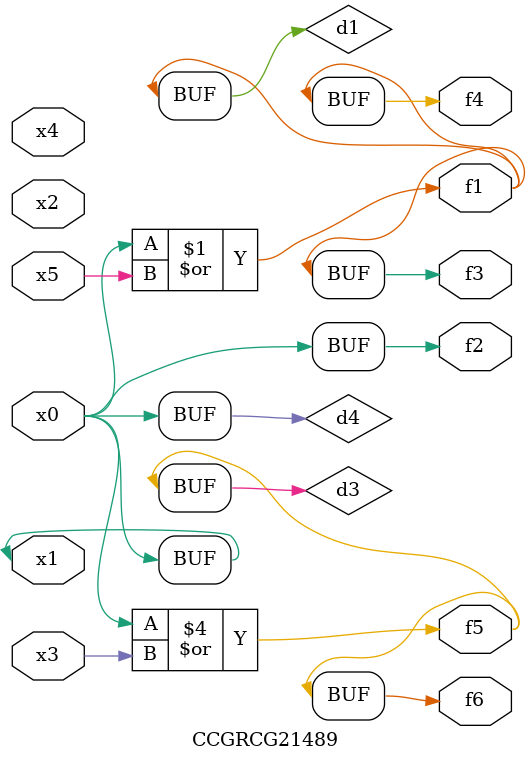
<source format=v>
module CCGRCG21489(
	input x0, x1, x2, x3, x4, x5,
	output f1, f2, f3, f4, f5, f6
);

	wire d1, d2, d3, d4;

	or (d1, x0, x5);
	xnor (d2, x1, x4);
	or (d3, x0, x3);
	buf (d4, x0, x1);
	assign f1 = d1;
	assign f2 = d4;
	assign f3 = d1;
	assign f4 = d1;
	assign f5 = d3;
	assign f6 = d3;
endmodule

</source>
